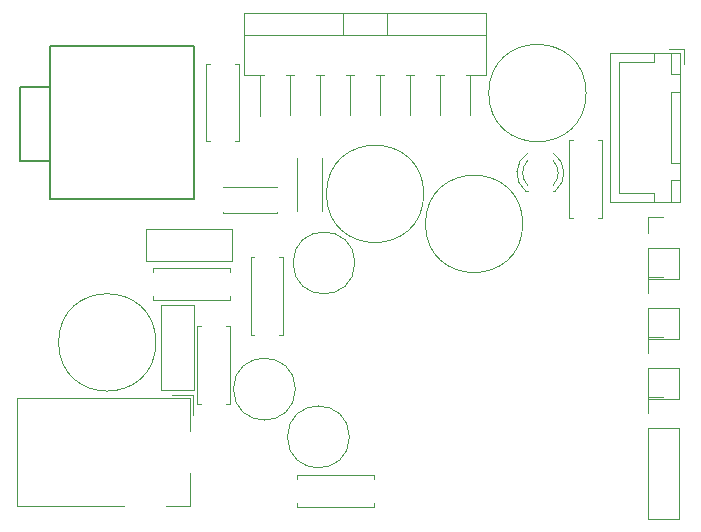
<source format=gto>
G04 #@! TF.GenerationSoftware,KiCad,Pcbnew,(6.0.2-0)*
G04 #@! TF.CreationDate,2022-08-02T07:49:56-03:00*
G04 #@! TF.ProjectId,Modulo-completo,4d6f6475-6c6f-42d6-936f-6d706c65746f,rev?*
G04 #@! TF.SameCoordinates,Original*
G04 #@! TF.FileFunction,Legend,Top*
G04 #@! TF.FilePolarity,Positive*
%FSLAX46Y46*%
G04 Gerber Fmt 4.6, Leading zero omitted, Abs format (unit mm)*
G04 Created by KiCad (PCBNEW (6.0.2-0)) date 2022-08-02 07:49:56*
%MOMM*%
%LPD*%
G01*
G04 APERTURE LIST*
%ADD10C,0.120000*%
%ADD11C,0.150000*%
G04 APERTURE END LIST*
D10*
X152500000Y-86846000D02*
X152500000Y-92396000D01*
X155450000Y-86846000D02*
X152500000Y-86846000D01*
X158000000Y-85796000D02*
X156750000Y-85796000D01*
X151740000Y-98706000D02*
X157710000Y-98706000D01*
X156950000Y-96896000D02*
X156950000Y-98696000D01*
X152500000Y-97946000D02*
X152500000Y-92396000D01*
X157700000Y-98696000D02*
X157700000Y-96896000D01*
X157700000Y-86096000D02*
X156950000Y-86096000D01*
X157710000Y-98706000D02*
X157710000Y-86086000D01*
X156950000Y-89396000D02*
X156950000Y-95396000D01*
X157700000Y-89396000D02*
X156950000Y-89396000D01*
X155450000Y-86096000D02*
X155450000Y-86846000D01*
X157710000Y-86086000D02*
X151740000Y-86086000D01*
X156950000Y-87896000D02*
X157700000Y-87896000D01*
X155450000Y-98696000D02*
X155450000Y-97946000D01*
X151740000Y-86086000D02*
X151740000Y-98706000D01*
X156950000Y-95396000D02*
X157700000Y-95396000D01*
X157700000Y-95396000D02*
X157700000Y-89396000D01*
X155450000Y-97946000D02*
X152500000Y-97946000D01*
X156950000Y-98696000D02*
X157700000Y-98696000D01*
X156950000Y-86096000D02*
X156950000Y-87896000D01*
X157700000Y-87896000D02*
X157700000Y-86096000D01*
X157700000Y-96896000D02*
X156950000Y-96896000D01*
X158000000Y-87046000D02*
X158000000Y-85796000D01*
X149718000Y-89507000D02*
G75*
G03*
X149718000Y-89507000I-4120000J0D01*
G01*
X116796000Y-115792000D02*
X117126000Y-115792000D01*
X119206000Y-109252000D02*
X119536000Y-109252000D01*
X119536000Y-115792000D02*
X119206000Y-115792000D01*
X119536000Y-109252000D02*
X119536000Y-115792000D01*
X116796000Y-109252000D02*
X116796000Y-115792000D01*
X117126000Y-109252000D02*
X116796000Y-109252000D01*
X131794000Y-124560000D02*
X131794000Y-124230000D01*
X125254000Y-121820000D02*
X131794000Y-121820000D01*
X125254000Y-124230000D02*
X125254000Y-124560000D01*
X125254000Y-122150000D02*
X125254000Y-121820000D01*
X131794000Y-121820000D02*
X131794000Y-122150000D01*
X125254000Y-124560000D02*
X131794000Y-124560000D01*
X148622000Y-100044000D02*
X148292000Y-100044000D01*
X148292000Y-100044000D02*
X148292000Y-93504000D01*
X151032000Y-93504000D02*
X150702000Y-93504000D01*
X150702000Y-100044000D02*
X151032000Y-100044000D01*
X148292000Y-93504000D02*
X148622000Y-93504000D01*
X151032000Y-100044000D02*
X151032000Y-93504000D01*
X144616000Y-97826000D02*
X144772000Y-97826000D01*
X146932000Y-97826000D02*
X147088000Y-97826000D01*
X144773392Y-94593665D02*
G75*
G03*
X144616484Y-97826000I1078609J-1672335D01*
G01*
X146932000Y-97306961D02*
G75*
G03*
X146931837Y-95224870I-1080000J1040961D01*
G01*
X144772163Y-95224870D02*
G75*
G03*
X144772000Y-97306961I1079837J-1041130D01*
G01*
X147087516Y-97826000D02*
G75*
G03*
X146930608Y-94593665I-1235517J1560000D01*
G01*
X154936000Y-116586000D02*
X154936000Y-115256000D01*
X154936000Y-117856000D02*
X154936000Y-125536000D01*
X154936000Y-125536000D02*
X157596000Y-125536000D01*
X154936000Y-115256000D02*
X156266000Y-115256000D01*
X154936000Y-117856000D02*
X157596000Y-117856000D01*
X157596000Y-117856000D02*
X157596000Y-125536000D01*
X154936000Y-112776000D02*
X157596000Y-112776000D01*
X157596000Y-112776000D02*
X157596000Y-115376000D01*
X154936000Y-111506000D02*
X154936000Y-110176000D01*
X154936000Y-112776000D02*
X154936000Y-115376000D01*
X154936000Y-110176000D02*
X156266000Y-110176000D01*
X154936000Y-115376000D02*
X157596000Y-115376000D01*
X113748000Y-107418000D02*
X116488000Y-107418000D01*
X113748000Y-114658000D02*
X113748000Y-107418000D01*
X113748000Y-114658000D02*
X116488000Y-114658000D01*
X116488000Y-114658000D02*
X116488000Y-107418000D01*
X123524000Y-97497000D02*
X123524000Y-97482000D01*
X123524000Y-99622000D02*
X123524000Y-99607000D01*
X118984000Y-97497000D02*
X118984000Y-97482000D01*
X123524000Y-99622000D02*
X118984000Y-99622000D01*
X123524000Y-97482000D02*
X118984000Y-97482000D01*
X118984000Y-99622000D02*
X118984000Y-99607000D01*
X113297000Y-110617000D02*
G75*
G03*
X113297000Y-110617000I-4120000J0D01*
G01*
X139883000Y-87997000D02*
X139883000Y-91391000D01*
X134458000Y-87997000D02*
X135149000Y-87997000D01*
X129378000Y-87997000D02*
X130069000Y-87997000D01*
X132263000Y-87997000D02*
X132263000Y-91391000D01*
X136998000Y-87997000D02*
X137689000Y-87997000D01*
X120773000Y-82756000D02*
X141213000Y-82756000D01*
X129723000Y-87997000D02*
X129723000Y-91391000D01*
X124643000Y-87997000D02*
X124643000Y-91391000D01*
X126838000Y-87997000D02*
X127529000Y-87997000D01*
X134803000Y-87997000D02*
X134803000Y-91391000D01*
X120773000Y-87997000D02*
X122449000Y-87997000D01*
X127183000Y-87997000D02*
X127183000Y-91391000D01*
X131918000Y-87997000D02*
X132609000Y-87997000D01*
X122103000Y-87997000D02*
X122103000Y-91406000D01*
X132843000Y-82756000D02*
X132843000Y-84596000D01*
X120773000Y-84596000D02*
X141213000Y-84596000D01*
X137343000Y-87997000D02*
X137343000Y-91391000D01*
X120773000Y-82756000D02*
X120773000Y-87997000D01*
X139538000Y-87997000D02*
X141213000Y-87997000D01*
X141213000Y-82756000D02*
X141213000Y-87997000D01*
X129144000Y-82756000D02*
X129144000Y-84596000D01*
X124298000Y-87997000D02*
X124989000Y-87997000D01*
X125239000Y-94972000D02*
X125224000Y-94972000D01*
X127364000Y-99512000D02*
X127349000Y-99512000D01*
X127364000Y-94972000D02*
X127364000Y-99512000D01*
X125239000Y-99512000D02*
X125224000Y-99512000D01*
X125224000Y-94972000D02*
X125224000Y-99512000D01*
X127364000Y-94972000D02*
X127349000Y-94972000D01*
X129676000Y-118618000D02*
G75*
G03*
X129676000Y-118618000I-2620000J0D01*
G01*
X121642000Y-103410000D02*
X121312000Y-103410000D01*
X123722000Y-103410000D02*
X124052000Y-103410000D01*
X121312000Y-109950000D02*
X121642000Y-109950000D01*
X124052000Y-109950000D02*
X123722000Y-109950000D01*
X124052000Y-103410000D02*
X124052000Y-109950000D01*
X121312000Y-103410000D02*
X121312000Y-109950000D01*
X130144000Y-103886000D02*
G75*
G03*
X130144000Y-103886000I-2620000J0D01*
G01*
X144356000Y-100584000D02*
G75*
G03*
X144356000Y-100584000I-4120000J0D01*
G01*
X112498000Y-103732000D02*
X112498000Y-100992000D01*
X119738000Y-103732000D02*
X119738000Y-100992000D01*
X119738000Y-100992000D02*
X112498000Y-100992000D01*
X119738000Y-103732000D02*
X112498000Y-103732000D01*
X125104000Y-114570000D02*
G75*
G03*
X125104000Y-114570000I-2620000J0D01*
G01*
X116172000Y-115288000D02*
X116172000Y-118088000D01*
X101572000Y-124488000D02*
X101572000Y-115288000D01*
X114672000Y-115048000D02*
X116412000Y-115048000D01*
X116412000Y-115048000D02*
X116412000Y-116788000D01*
X101572000Y-115288000D02*
X116172000Y-115288000D01*
X116172000Y-121688000D02*
X116172000Y-124488000D01*
X116172000Y-124488000D02*
X114172000Y-124488000D01*
X110572000Y-124488000D02*
X101572000Y-124488000D01*
X154936000Y-100016000D02*
X156266000Y-100016000D01*
X154936000Y-101346000D02*
X154936000Y-100016000D01*
X157596000Y-102616000D02*
X157596000Y-105216000D01*
X154936000Y-105216000D02*
X157596000Y-105216000D01*
X154936000Y-102616000D02*
X154936000Y-105216000D01*
X154936000Y-102616000D02*
X157596000Y-102616000D01*
X135974000Y-98044000D02*
G75*
G03*
X135974000Y-98044000I-4120000J0D01*
G01*
X154936000Y-107696000D02*
X154936000Y-110296000D01*
X157596000Y-107696000D02*
X157596000Y-110296000D01*
X154936000Y-105096000D02*
X156266000Y-105096000D01*
X154936000Y-106426000D02*
X154936000Y-105096000D01*
X154936000Y-107696000D02*
X157596000Y-107696000D01*
X154936000Y-110296000D02*
X157596000Y-110296000D01*
D11*
X104353000Y-89032500D02*
X101753000Y-89032500D01*
X101753000Y-89032500D02*
X101753000Y-95232500D01*
X104353000Y-85482500D02*
X116503000Y-85482500D01*
X116503000Y-98482500D02*
X104353000Y-98482500D01*
X104353000Y-98482500D02*
X104353000Y-85482500D01*
X116503000Y-85482500D02*
X116503000Y-98482500D01*
X101753000Y-95232500D02*
X104353000Y-95232500D01*
D10*
X113062000Y-104294000D02*
X119602000Y-104294000D01*
X119602000Y-104294000D02*
X119602000Y-104624000D01*
X113062000Y-106704000D02*
X113062000Y-107034000D01*
X119602000Y-107034000D02*
X119602000Y-106704000D01*
X113062000Y-104624000D02*
X113062000Y-104294000D01*
X113062000Y-107034000D02*
X119602000Y-107034000D01*
X119968000Y-87027000D02*
X120298000Y-87027000D01*
X117558000Y-87027000D02*
X117558000Y-93567000D01*
X120298000Y-87027000D02*
X120298000Y-93567000D01*
X117888000Y-87027000D02*
X117558000Y-87027000D01*
X117558000Y-93567000D02*
X117888000Y-93567000D01*
X120298000Y-93567000D02*
X119968000Y-93567000D01*
M02*

</source>
